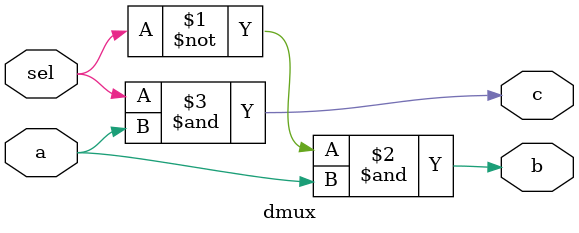
<source format=v>
module dmux (input wire a, output wire b, input wire sel, output wire c);
  assign b = (~sel) & a ;
  assign c = sel & a;
endmodule

</source>
